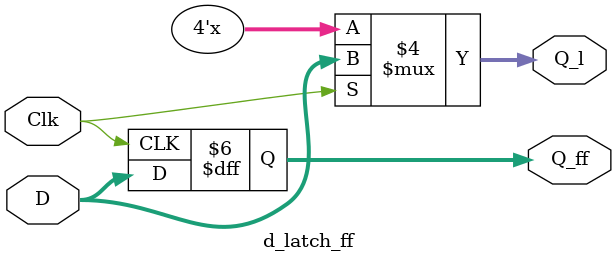
<source format=v>

module d_latch_ff(Clk, D, Q_l, Q_ff);
input  Clk;		// ¤@¦ì¤¸¿é¤J
input  [3:0] D;		// ¥|¦ì¤¸¿é¤J
output [3:0] Q_l,Q_ff;	// ¥|¦ì¤¸¿é¥X 
reg    [3:0] Q_l,Q_ff;	// «Å§i¬°¼È¦s¾¹¸ê®Æ

// D «¬®êÂê¾¹, °ª·Ç¦ìÄ²µo
always@ (Clk or D)	// ·í Clk ©Î D «H¸¹§ïÅÜ®É¡A°õ¦æ¥H¤U±Ô­z
  if (Clk)   Q_l = D;	// ·í Clk ¬°°ª·Ç¦ì®É¡AD ªº­È¦s¤J Q_l ¤¤

// D «¬¥¿¤Ï¾¹, ¤W½tÄ²µo
always@ (posedge Clk)	// ·í Clk ¤W½tÄ²µo®É¡A°õ¦æ¥H¤U±Ô­z	
  Q_ff = D;		// D ªº­È¦s¤J Q_ff ¤¤

endmodule


</source>
